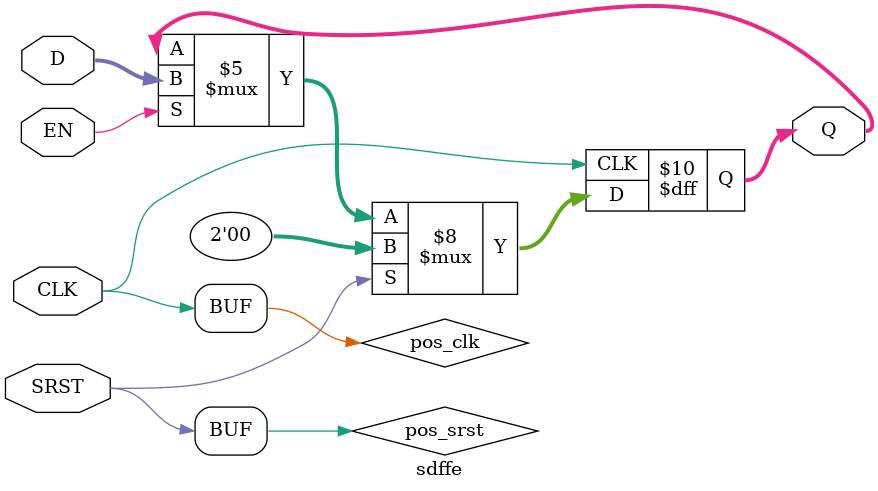
<source format=v>
module sdffe(CLK, SRST, EN, D, Q);

  parameter WIDTH = 2;
  parameter CLK_POLARITY = 1'b1;
  parameter EN_POLARITY = 1'b1;
  parameter SRST_POLARITY = 1'b1;
  parameter SRST_VALUE = 0;

  input CLK, SRST, EN;
  input [WIDTH-1:0] D;
  output reg [WIDTH-1:0] Q;
  wire pos_clk = CLK == CLK_POLARITY;
  wire pos_srst = SRST == SRST_POLARITY;

  always @(posedge pos_clk) begin
    if (pos_srst)
      Q <= SRST_VALUE;
    else if (EN == EN_POLARITY)
      Q <= D;
  end

endmodule

</source>
